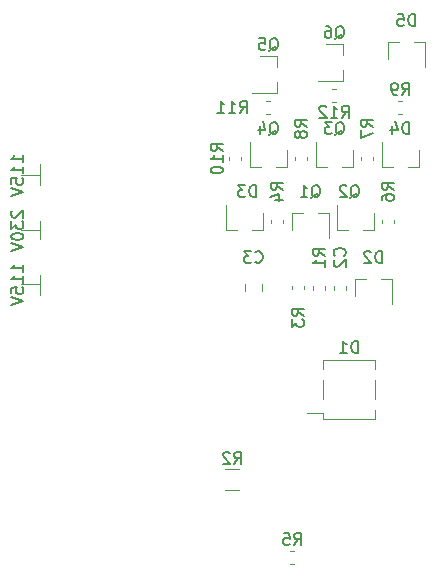
<source format=gbr>
G04 #@! TF.GenerationSoftware,KiCad,Pcbnew,5.1.9*
G04 #@! TF.CreationDate,2021-04-19T03:59:41-04:00*
G04 #@! TF.ProjectId,lm3886_soft_start_v2,6c6d3338-3836-45f7-936f-66745f737461,rev?*
G04 #@! TF.SameCoordinates,Original*
G04 #@! TF.FileFunction,Legend,Bot*
G04 #@! TF.FilePolarity,Positive*
%FSLAX46Y46*%
G04 Gerber Fmt 4.6, Leading zero omitted, Abs format (unit mm)*
G04 Created by KiCad (PCBNEW 5.1.9) date 2021-04-19 03:59:41*
%MOMM*%
%LPD*%
G01*
G04 APERTURE LIST*
%ADD10C,0.120000*%
%ADD11C,0.150000*%
G04 APERTURE END LIST*
D10*
X84328000Y-85852000D02*
X82677000Y-85852000D01*
X84328000Y-86741000D02*
X84328000Y-85852000D01*
X84328000Y-85090000D02*
X84328000Y-86741000D01*
X84328000Y-81280000D02*
X82677000Y-81280000D01*
X84328000Y-82042000D02*
X84328000Y-81280000D01*
X84328000Y-80518000D02*
X84328000Y-82042000D01*
X84328000Y-76581000D02*
X82677000Y-76581000D01*
X84328000Y-77470000D02*
X84328000Y-76581000D01*
X84328000Y-75692000D02*
X84328000Y-77470000D01*
D11*
X82875380Y-75485761D02*
X82875380Y-74914333D01*
X82875380Y-75200047D02*
X81875380Y-75200047D01*
X82018238Y-75104809D01*
X82113476Y-75009571D01*
X82161095Y-74914333D01*
X82875380Y-76438142D02*
X82875380Y-75866714D01*
X82875380Y-76152428D02*
X81875380Y-76152428D01*
X82018238Y-76057190D01*
X82113476Y-75961952D01*
X82161095Y-75866714D01*
X81875380Y-77342904D02*
X81875380Y-76866714D01*
X82351571Y-76819095D01*
X82303952Y-76866714D01*
X82256333Y-76961952D01*
X82256333Y-77200047D01*
X82303952Y-77295285D01*
X82351571Y-77342904D01*
X82446809Y-77390523D01*
X82684904Y-77390523D01*
X82780142Y-77342904D01*
X82827761Y-77295285D01*
X82875380Y-77200047D01*
X82875380Y-76961952D01*
X82827761Y-76866714D01*
X82780142Y-76819095D01*
X81875380Y-77676238D02*
X82875380Y-78009571D01*
X81875380Y-78342904D01*
X81970619Y-79613333D02*
X81923000Y-79660952D01*
X81875380Y-79756190D01*
X81875380Y-79994285D01*
X81923000Y-80089523D01*
X81970619Y-80137142D01*
X82065857Y-80184761D01*
X82161095Y-80184761D01*
X82303952Y-80137142D01*
X82875380Y-79565714D01*
X82875380Y-80184761D01*
X81875380Y-80518095D02*
X81875380Y-81137142D01*
X82256333Y-80803809D01*
X82256333Y-80946666D01*
X82303952Y-81041904D01*
X82351571Y-81089523D01*
X82446809Y-81137142D01*
X82684904Y-81137142D01*
X82780142Y-81089523D01*
X82827761Y-81041904D01*
X82875380Y-80946666D01*
X82875380Y-80660952D01*
X82827761Y-80565714D01*
X82780142Y-80518095D01*
X81875380Y-81756190D02*
X81875380Y-81851428D01*
X81923000Y-81946666D01*
X81970619Y-81994285D01*
X82065857Y-82041904D01*
X82256333Y-82089523D01*
X82494428Y-82089523D01*
X82684904Y-82041904D01*
X82780142Y-81994285D01*
X82827761Y-81946666D01*
X82875380Y-81851428D01*
X82875380Y-81756190D01*
X82827761Y-81660952D01*
X82780142Y-81613333D01*
X82684904Y-81565714D01*
X82494428Y-81518095D01*
X82256333Y-81518095D01*
X82065857Y-81565714D01*
X81970619Y-81613333D01*
X81923000Y-81660952D01*
X81875380Y-81756190D01*
X81875380Y-82375238D02*
X82875380Y-82708571D01*
X81875380Y-83041904D01*
X82875380Y-84756761D02*
X82875380Y-84185333D01*
X82875380Y-84471047D02*
X81875380Y-84471047D01*
X82018238Y-84375809D01*
X82113476Y-84280571D01*
X82161095Y-84185333D01*
X82875380Y-85709142D02*
X82875380Y-85137714D01*
X82875380Y-85423428D02*
X81875380Y-85423428D01*
X82018238Y-85328190D01*
X82113476Y-85232952D01*
X82161095Y-85137714D01*
X81875380Y-86613904D02*
X81875380Y-86137714D01*
X82351571Y-86090095D01*
X82303952Y-86137714D01*
X82256333Y-86232952D01*
X82256333Y-86471047D01*
X82303952Y-86566285D01*
X82351571Y-86613904D01*
X82446809Y-86661523D01*
X82684904Y-86661523D01*
X82780142Y-86613904D01*
X82827761Y-86566285D01*
X82875380Y-86471047D01*
X82875380Y-86232952D01*
X82827761Y-86137714D01*
X82780142Y-86090095D01*
X81875380Y-86947238D02*
X82875380Y-87280571D01*
X81875380Y-87613904D01*
D10*
X110238000Y-85968721D02*
X110238000Y-86294279D01*
X109218000Y-85968721D02*
X109218000Y-86294279D01*
X109057221Y-70360000D02*
X109382779Y-70360000D01*
X109057221Y-69340000D02*
X109382779Y-69340000D01*
X103469221Y-71376000D02*
X103794779Y-71376000D01*
X103469221Y-70356000D02*
X103794779Y-70356000D01*
X101348000Y-75346779D02*
X101348000Y-75021221D01*
X100328000Y-75346779D02*
X100328000Y-75021221D01*
X114645221Y-70356000D02*
X114970779Y-70356000D01*
X114645221Y-71376000D02*
X114970779Y-71376000D01*
X106936000Y-75346779D02*
X106936000Y-75021221D01*
X105916000Y-75346779D02*
X105916000Y-75021221D01*
X112524000Y-75021221D02*
X112524000Y-75346779D01*
X111504000Y-75021221D02*
X111504000Y-75346779D01*
X114302000Y-80355221D02*
X114302000Y-80680779D01*
X113282000Y-80355221D02*
X113282000Y-80680779D01*
X103884000Y-80680779D02*
X103884000Y-80355221D01*
X104904000Y-80680779D02*
X104904000Y-80355221D01*
X105662000Y-85943221D02*
X105662000Y-86268779D01*
X106682000Y-85943221D02*
X106682000Y-86268779D01*
X108460000Y-85968721D02*
X108460000Y-86294279D01*
X107440000Y-85968721D02*
X107440000Y-86294279D01*
X109980000Y-65476000D02*
X109980000Y-66406000D01*
X109980000Y-68636000D02*
X109980000Y-67706000D01*
X109980000Y-68636000D02*
X107820000Y-68636000D01*
X109980000Y-65476000D02*
X108520000Y-65476000D01*
X104392000Y-66492000D02*
X104392000Y-67422000D01*
X104392000Y-69652000D02*
X104392000Y-68722000D01*
X104392000Y-69652000D02*
X102232000Y-69652000D01*
X104392000Y-66492000D02*
X102932000Y-66492000D01*
X105212000Y-75944000D02*
X104282000Y-75944000D01*
X102052000Y-75944000D02*
X102982000Y-75944000D01*
X102052000Y-75944000D02*
X102052000Y-73784000D01*
X105212000Y-75944000D02*
X105212000Y-74484000D01*
X110800000Y-75944000D02*
X110800000Y-74484000D01*
X107640000Y-75944000D02*
X107640000Y-73784000D01*
X107640000Y-75944000D02*
X108570000Y-75944000D01*
X110800000Y-75944000D02*
X109870000Y-75944000D01*
X112578000Y-81278000D02*
X112578000Y-79818000D01*
X109418000Y-81278000D02*
X109418000Y-79118000D01*
X109418000Y-81278000D02*
X110348000Y-81278000D01*
X112578000Y-81278000D02*
X111648000Y-81278000D01*
X105608000Y-79758000D02*
X105608000Y-81218000D01*
X108768000Y-79758000D02*
X108768000Y-81918000D01*
X108768000Y-79758000D02*
X107838000Y-79758000D01*
X105608000Y-79758000D02*
X106538000Y-79758000D01*
X113736000Y-65280000D02*
X114666000Y-65280000D01*
X116896000Y-65280000D02*
X115966000Y-65280000D01*
X116896000Y-65280000D02*
X116896000Y-67440000D01*
X113736000Y-65280000D02*
X113736000Y-66740000D01*
X116388000Y-75944000D02*
X115458000Y-75944000D01*
X113228000Y-75944000D02*
X114158000Y-75944000D01*
X113228000Y-75944000D02*
X113228000Y-73784000D01*
X116388000Y-75944000D02*
X116388000Y-74484000D01*
X103180000Y-81278000D02*
X102250000Y-81278000D01*
X100020000Y-81278000D02*
X100950000Y-81278000D01*
X100020000Y-81278000D02*
X100020000Y-79118000D01*
X103180000Y-81278000D02*
X103180000Y-79818000D01*
X110942000Y-85346000D02*
X110942000Y-86806000D01*
X114102000Y-85346000D02*
X114102000Y-87506000D01*
X114102000Y-85346000D02*
X113172000Y-85346000D01*
X110942000Y-85346000D02*
X111872000Y-85346000D01*
X101652000Y-85847422D02*
X101652000Y-86364578D01*
X103072000Y-85847422D02*
X103072000Y-86364578D01*
X105501221Y-108456000D02*
X105826779Y-108456000D01*
X105501221Y-109476000D02*
X105826779Y-109476000D01*
X108290000Y-97242000D02*
X108290000Y-96742000D01*
X108290000Y-96742000D02*
X106890000Y-96742000D01*
X112690000Y-95542000D02*
X112690000Y-93942000D01*
X108290000Y-95542000D02*
X108290000Y-93942000D01*
X112690000Y-96442000D02*
X112690000Y-97242000D01*
X112690000Y-97242000D02*
X108290000Y-97242000D01*
X112690000Y-93042000D02*
X112690000Y-92242000D01*
X112690000Y-92242000D02*
X108290000Y-92242000D01*
X108290000Y-92242000D02*
X108290000Y-93042000D01*
X99981936Y-101452000D02*
X101186064Y-101452000D01*
X99981936Y-103272000D02*
X101186064Y-103272000D01*
D11*
X110085142Y-83399333D02*
X110132761Y-83351714D01*
X110180380Y-83208857D01*
X110180380Y-83113619D01*
X110132761Y-82970761D01*
X110037523Y-82875523D01*
X109942285Y-82827904D01*
X109751809Y-82780285D01*
X109608952Y-82780285D01*
X109418476Y-82827904D01*
X109323238Y-82875523D01*
X109228000Y-82970761D01*
X109180380Y-83113619D01*
X109180380Y-83208857D01*
X109228000Y-83351714D01*
X109275619Y-83399333D01*
X109275619Y-83780285D02*
X109228000Y-83827904D01*
X109180380Y-83923142D01*
X109180380Y-84161238D01*
X109228000Y-84256476D01*
X109275619Y-84304095D01*
X109370857Y-84351714D01*
X109466095Y-84351714D01*
X109608952Y-84304095D01*
X110180380Y-83732666D01*
X110180380Y-84351714D01*
X109862857Y-71732380D02*
X110196190Y-71256190D01*
X110434285Y-71732380D02*
X110434285Y-70732380D01*
X110053333Y-70732380D01*
X109958095Y-70780000D01*
X109910476Y-70827619D01*
X109862857Y-70922857D01*
X109862857Y-71065714D01*
X109910476Y-71160952D01*
X109958095Y-71208571D01*
X110053333Y-71256190D01*
X110434285Y-71256190D01*
X108910476Y-71732380D02*
X109481904Y-71732380D01*
X109196190Y-71732380D02*
X109196190Y-70732380D01*
X109291428Y-70875238D01*
X109386666Y-70970476D01*
X109481904Y-71018095D01*
X108529523Y-70827619D02*
X108481904Y-70780000D01*
X108386666Y-70732380D01*
X108148571Y-70732380D01*
X108053333Y-70780000D01*
X108005714Y-70827619D01*
X107958095Y-70922857D01*
X107958095Y-71018095D01*
X108005714Y-71160952D01*
X108577142Y-71732380D01*
X107958095Y-71732380D01*
X101226857Y-71318380D02*
X101560190Y-70842190D01*
X101798285Y-71318380D02*
X101798285Y-70318380D01*
X101417333Y-70318380D01*
X101322095Y-70366000D01*
X101274476Y-70413619D01*
X101226857Y-70508857D01*
X101226857Y-70651714D01*
X101274476Y-70746952D01*
X101322095Y-70794571D01*
X101417333Y-70842190D01*
X101798285Y-70842190D01*
X100274476Y-71318380D02*
X100845904Y-71318380D01*
X100560190Y-71318380D02*
X100560190Y-70318380D01*
X100655428Y-70461238D01*
X100750666Y-70556476D01*
X100845904Y-70604095D01*
X99322095Y-71318380D02*
X99893523Y-71318380D01*
X99607809Y-71318380D02*
X99607809Y-70318380D01*
X99703047Y-70461238D01*
X99798285Y-70556476D01*
X99893523Y-70604095D01*
X99766380Y-74541142D02*
X99290190Y-74207809D01*
X99766380Y-73969714D02*
X98766380Y-73969714D01*
X98766380Y-74350666D01*
X98814000Y-74445904D01*
X98861619Y-74493523D01*
X98956857Y-74541142D01*
X99099714Y-74541142D01*
X99194952Y-74493523D01*
X99242571Y-74445904D01*
X99290190Y-74350666D01*
X99290190Y-73969714D01*
X99766380Y-75493523D02*
X99766380Y-74922095D01*
X99766380Y-75207809D02*
X98766380Y-75207809D01*
X98909238Y-75112571D01*
X99004476Y-75017333D01*
X99052095Y-74922095D01*
X98766380Y-76112571D02*
X98766380Y-76207809D01*
X98814000Y-76303047D01*
X98861619Y-76350666D01*
X98956857Y-76398285D01*
X99147333Y-76445904D01*
X99385428Y-76445904D01*
X99575904Y-76398285D01*
X99671142Y-76350666D01*
X99718761Y-76303047D01*
X99766380Y-76207809D01*
X99766380Y-76112571D01*
X99718761Y-76017333D01*
X99671142Y-75969714D01*
X99575904Y-75922095D01*
X99385428Y-75874476D01*
X99147333Y-75874476D01*
X98956857Y-75922095D01*
X98861619Y-75969714D01*
X98814000Y-76017333D01*
X98766380Y-76112571D01*
X114974666Y-69794380D02*
X115308000Y-69318190D01*
X115546095Y-69794380D02*
X115546095Y-68794380D01*
X115165142Y-68794380D01*
X115069904Y-68842000D01*
X115022285Y-68889619D01*
X114974666Y-68984857D01*
X114974666Y-69127714D01*
X115022285Y-69222952D01*
X115069904Y-69270571D01*
X115165142Y-69318190D01*
X115546095Y-69318190D01*
X114498476Y-69794380D02*
X114308000Y-69794380D01*
X114212761Y-69746761D01*
X114165142Y-69699142D01*
X114069904Y-69556285D01*
X114022285Y-69365809D01*
X114022285Y-68984857D01*
X114069904Y-68889619D01*
X114117523Y-68842000D01*
X114212761Y-68794380D01*
X114403238Y-68794380D01*
X114498476Y-68842000D01*
X114546095Y-68889619D01*
X114593714Y-68984857D01*
X114593714Y-69222952D01*
X114546095Y-69318190D01*
X114498476Y-69365809D01*
X114403238Y-69413428D01*
X114212761Y-69413428D01*
X114117523Y-69365809D01*
X114069904Y-69318190D01*
X114022285Y-69222952D01*
X106878380Y-72477333D02*
X106402190Y-72144000D01*
X106878380Y-71905904D02*
X105878380Y-71905904D01*
X105878380Y-72286857D01*
X105926000Y-72382095D01*
X105973619Y-72429714D01*
X106068857Y-72477333D01*
X106211714Y-72477333D01*
X106306952Y-72429714D01*
X106354571Y-72382095D01*
X106402190Y-72286857D01*
X106402190Y-71905904D01*
X106306952Y-73048761D02*
X106259333Y-72953523D01*
X106211714Y-72905904D01*
X106116476Y-72858285D01*
X106068857Y-72858285D01*
X105973619Y-72905904D01*
X105926000Y-72953523D01*
X105878380Y-73048761D01*
X105878380Y-73239238D01*
X105926000Y-73334476D01*
X105973619Y-73382095D01*
X106068857Y-73429714D01*
X106116476Y-73429714D01*
X106211714Y-73382095D01*
X106259333Y-73334476D01*
X106306952Y-73239238D01*
X106306952Y-73048761D01*
X106354571Y-72953523D01*
X106402190Y-72905904D01*
X106497428Y-72858285D01*
X106687904Y-72858285D01*
X106783142Y-72905904D01*
X106830761Y-72953523D01*
X106878380Y-73048761D01*
X106878380Y-73239238D01*
X106830761Y-73334476D01*
X106783142Y-73382095D01*
X106687904Y-73429714D01*
X106497428Y-73429714D01*
X106402190Y-73382095D01*
X106354571Y-73334476D01*
X106306952Y-73239238D01*
X112466380Y-72477333D02*
X111990190Y-72144000D01*
X112466380Y-71905904D02*
X111466380Y-71905904D01*
X111466380Y-72286857D01*
X111514000Y-72382095D01*
X111561619Y-72429714D01*
X111656857Y-72477333D01*
X111799714Y-72477333D01*
X111894952Y-72429714D01*
X111942571Y-72382095D01*
X111990190Y-72286857D01*
X111990190Y-71905904D01*
X111466380Y-72810666D02*
X111466380Y-73477333D01*
X112466380Y-73048761D01*
X114244380Y-77811333D02*
X113768190Y-77478000D01*
X114244380Y-77239904D02*
X113244380Y-77239904D01*
X113244380Y-77620857D01*
X113292000Y-77716095D01*
X113339619Y-77763714D01*
X113434857Y-77811333D01*
X113577714Y-77811333D01*
X113672952Y-77763714D01*
X113720571Y-77716095D01*
X113768190Y-77620857D01*
X113768190Y-77239904D01*
X113244380Y-78668476D02*
X113244380Y-78478000D01*
X113292000Y-78382761D01*
X113339619Y-78335142D01*
X113482476Y-78239904D01*
X113672952Y-78192285D01*
X114053904Y-78192285D01*
X114149142Y-78239904D01*
X114196761Y-78287523D01*
X114244380Y-78382761D01*
X114244380Y-78573238D01*
X114196761Y-78668476D01*
X114149142Y-78716095D01*
X114053904Y-78763714D01*
X113815809Y-78763714D01*
X113720571Y-78716095D01*
X113672952Y-78668476D01*
X113625333Y-78573238D01*
X113625333Y-78382761D01*
X113672952Y-78287523D01*
X113720571Y-78239904D01*
X113815809Y-78192285D01*
X104846380Y-77811333D02*
X104370190Y-77478000D01*
X104846380Y-77239904D02*
X103846380Y-77239904D01*
X103846380Y-77620857D01*
X103894000Y-77716095D01*
X103941619Y-77763714D01*
X104036857Y-77811333D01*
X104179714Y-77811333D01*
X104274952Y-77763714D01*
X104322571Y-77716095D01*
X104370190Y-77620857D01*
X104370190Y-77239904D01*
X104179714Y-78668476D02*
X104846380Y-78668476D01*
X103798761Y-78430380D02*
X104513047Y-78192285D01*
X104513047Y-78811333D01*
X106624380Y-88479333D02*
X106148190Y-88146000D01*
X106624380Y-87907904D02*
X105624380Y-87907904D01*
X105624380Y-88288857D01*
X105672000Y-88384095D01*
X105719619Y-88431714D01*
X105814857Y-88479333D01*
X105957714Y-88479333D01*
X106052952Y-88431714D01*
X106100571Y-88384095D01*
X106148190Y-88288857D01*
X106148190Y-87907904D01*
X105624380Y-88812666D02*
X105624380Y-89431714D01*
X106005333Y-89098380D01*
X106005333Y-89241238D01*
X106052952Y-89336476D01*
X106100571Y-89384095D01*
X106195809Y-89431714D01*
X106433904Y-89431714D01*
X106529142Y-89384095D01*
X106576761Y-89336476D01*
X106624380Y-89241238D01*
X106624380Y-88955523D01*
X106576761Y-88860285D01*
X106529142Y-88812666D01*
X108402380Y-83399333D02*
X107926190Y-83066000D01*
X108402380Y-82827904D02*
X107402380Y-82827904D01*
X107402380Y-83208857D01*
X107450000Y-83304095D01*
X107497619Y-83351714D01*
X107592857Y-83399333D01*
X107735714Y-83399333D01*
X107830952Y-83351714D01*
X107878571Y-83304095D01*
X107926190Y-83208857D01*
X107926190Y-82827904D01*
X108402380Y-84351714D02*
X108402380Y-83780285D01*
X108402380Y-84066000D02*
X107402380Y-84066000D01*
X107545238Y-83970761D01*
X107640476Y-83875523D01*
X107688095Y-83780285D01*
X109315238Y-65063619D02*
X109410476Y-65016000D01*
X109505714Y-64920761D01*
X109648571Y-64777904D01*
X109743809Y-64730285D01*
X109839047Y-64730285D01*
X109791428Y-64968380D02*
X109886666Y-64920761D01*
X109981904Y-64825523D01*
X110029523Y-64635047D01*
X110029523Y-64301714D01*
X109981904Y-64111238D01*
X109886666Y-64016000D01*
X109791428Y-63968380D01*
X109600952Y-63968380D01*
X109505714Y-64016000D01*
X109410476Y-64111238D01*
X109362857Y-64301714D01*
X109362857Y-64635047D01*
X109410476Y-64825523D01*
X109505714Y-64920761D01*
X109600952Y-64968380D01*
X109791428Y-64968380D01*
X108505714Y-63968380D02*
X108696190Y-63968380D01*
X108791428Y-64016000D01*
X108839047Y-64063619D01*
X108934285Y-64206476D01*
X108981904Y-64396952D01*
X108981904Y-64777904D01*
X108934285Y-64873142D01*
X108886666Y-64920761D01*
X108791428Y-64968380D01*
X108600952Y-64968380D01*
X108505714Y-64920761D01*
X108458095Y-64873142D01*
X108410476Y-64777904D01*
X108410476Y-64539809D01*
X108458095Y-64444571D01*
X108505714Y-64396952D01*
X108600952Y-64349333D01*
X108791428Y-64349333D01*
X108886666Y-64396952D01*
X108934285Y-64444571D01*
X108981904Y-64539809D01*
X103727238Y-66079619D02*
X103822476Y-66032000D01*
X103917714Y-65936761D01*
X104060571Y-65793904D01*
X104155809Y-65746285D01*
X104251047Y-65746285D01*
X104203428Y-65984380D02*
X104298666Y-65936761D01*
X104393904Y-65841523D01*
X104441523Y-65651047D01*
X104441523Y-65317714D01*
X104393904Y-65127238D01*
X104298666Y-65032000D01*
X104203428Y-64984380D01*
X104012952Y-64984380D01*
X103917714Y-65032000D01*
X103822476Y-65127238D01*
X103774857Y-65317714D01*
X103774857Y-65651047D01*
X103822476Y-65841523D01*
X103917714Y-65936761D01*
X104012952Y-65984380D01*
X104203428Y-65984380D01*
X102870095Y-64984380D02*
X103346285Y-64984380D01*
X103393904Y-65460571D01*
X103346285Y-65412952D01*
X103251047Y-65365333D01*
X103012952Y-65365333D01*
X102917714Y-65412952D01*
X102870095Y-65460571D01*
X102822476Y-65555809D01*
X102822476Y-65793904D01*
X102870095Y-65889142D01*
X102917714Y-65936761D01*
X103012952Y-65984380D01*
X103251047Y-65984380D01*
X103346285Y-65936761D01*
X103393904Y-65889142D01*
X103727238Y-73191619D02*
X103822476Y-73144000D01*
X103917714Y-73048761D01*
X104060571Y-72905904D01*
X104155809Y-72858285D01*
X104251047Y-72858285D01*
X104203428Y-73096380D02*
X104298666Y-73048761D01*
X104393904Y-72953523D01*
X104441523Y-72763047D01*
X104441523Y-72429714D01*
X104393904Y-72239238D01*
X104298666Y-72144000D01*
X104203428Y-72096380D01*
X104012952Y-72096380D01*
X103917714Y-72144000D01*
X103822476Y-72239238D01*
X103774857Y-72429714D01*
X103774857Y-72763047D01*
X103822476Y-72953523D01*
X103917714Y-73048761D01*
X104012952Y-73096380D01*
X104203428Y-73096380D01*
X102917714Y-72429714D02*
X102917714Y-73096380D01*
X103155809Y-72048761D02*
X103393904Y-72763047D01*
X102774857Y-72763047D01*
X109315238Y-73191619D02*
X109410476Y-73144000D01*
X109505714Y-73048761D01*
X109648571Y-72905904D01*
X109743809Y-72858285D01*
X109839047Y-72858285D01*
X109791428Y-73096380D02*
X109886666Y-73048761D01*
X109981904Y-72953523D01*
X110029523Y-72763047D01*
X110029523Y-72429714D01*
X109981904Y-72239238D01*
X109886666Y-72144000D01*
X109791428Y-72096380D01*
X109600952Y-72096380D01*
X109505714Y-72144000D01*
X109410476Y-72239238D01*
X109362857Y-72429714D01*
X109362857Y-72763047D01*
X109410476Y-72953523D01*
X109505714Y-73048761D01*
X109600952Y-73096380D01*
X109791428Y-73096380D01*
X109029523Y-72096380D02*
X108410476Y-72096380D01*
X108743809Y-72477333D01*
X108600952Y-72477333D01*
X108505714Y-72524952D01*
X108458095Y-72572571D01*
X108410476Y-72667809D01*
X108410476Y-72905904D01*
X108458095Y-73001142D01*
X108505714Y-73048761D01*
X108600952Y-73096380D01*
X108886666Y-73096380D01*
X108981904Y-73048761D01*
X109029523Y-73001142D01*
X110585238Y-78525619D02*
X110680476Y-78478000D01*
X110775714Y-78382761D01*
X110918571Y-78239904D01*
X111013809Y-78192285D01*
X111109047Y-78192285D01*
X111061428Y-78430380D02*
X111156666Y-78382761D01*
X111251904Y-78287523D01*
X111299523Y-78097047D01*
X111299523Y-77763714D01*
X111251904Y-77573238D01*
X111156666Y-77478000D01*
X111061428Y-77430380D01*
X110870952Y-77430380D01*
X110775714Y-77478000D01*
X110680476Y-77573238D01*
X110632857Y-77763714D01*
X110632857Y-78097047D01*
X110680476Y-78287523D01*
X110775714Y-78382761D01*
X110870952Y-78430380D01*
X111061428Y-78430380D01*
X110251904Y-77525619D02*
X110204285Y-77478000D01*
X110109047Y-77430380D01*
X109870952Y-77430380D01*
X109775714Y-77478000D01*
X109728095Y-77525619D01*
X109680476Y-77620857D01*
X109680476Y-77716095D01*
X109728095Y-77858952D01*
X110299523Y-78430380D01*
X109680476Y-78430380D01*
X107283238Y-78525619D02*
X107378476Y-78478000D01*
X107473714Y-78382761D01*
X107616571Y-78239904D01*
X107711809Y-78192285D01*
X107807047Y-78192285D01*
X107759428Y-78430380D02*
X107854666Y-78382761D01*
X107949904Y-78287523D01*
X107997523Y-78097047D01*
X107997523Y-77763714D01*
X107949904Y-77573238D01*
X107854666Y-77478000D01*
X107759428Y-77430380D01*
X107568952Y-77430380D01*
X107473714Y-77478000D01*
X107378476Y-77573238D01*
X107330857Y-77763714D01*
X107330857Y-78097047D01*
X107378476Y-78287523D01*
X107473714Y-78382761D01*
X107568952Y-78430380D01*
X107759428Y-78430380D01*
X106378476Y-78430380D02*
X106949904Y-78430380D01*
X106664190Y-78430380D02*
X106664190Y-77430380D01*
X106759428Y-77573238D01*
X106854666Y-77668476D01*
X106949904Y-77716095D01*
X116054095Y-63952380D02*
X116054095Y-62952380D01*
X115816000Y-62952380D01*
X115673142Y-63000000D01*
X115577904Y-63095238D01*
X115530285Y-63190476D01*
X115482666Y-63380952D01*
X115482666Y-63523809D01*
X115530285Y-63714285D01*
X115577904Y-63809523D01*
X115673142Y-63904761D01*
X115816000Y-63952380D01*
X116054095Y-63952380D01*
X114577904Y-62952380D02*
X115054095Y-62952380D01*
X115101714Y-63428571D01*
X115054095Y-63380952D01*
X114958857Y-63333333D01*
X114720761Y-63333333D01*
X114625523Y-63380952D01*
X114577904Y-63428571D01*
X114530285Y-63523809D01*
X114530285Y-63761904D01*
X114577904Y-63857142D01*
X114625523Y-63904761D01*
X114720761Y-63952380D01*
X114958857Y-63952380D01*
X115054095Y-63904761D01*
X115101714Y-63857142D01*
X115546095Y-73096380D02*
X115546095Y-72096380D01*
X115308000Y-72096380D01*
X115165142Y-72144000D01*
X115069904Y-72239238D01*
X115022285Y-72334476D01*
X114974666Y-72524952D01*
X114974666Y-72667809D01*
X115022285Y-72858285D01*
X115069904Y-72953523D01*
X115165142Y-73048761D01*
X115308000Y-73096380D01*
X115546095Y-73096380D01*
X114117523Y-72429714D02*
X114117523Y-73096380D01*
X114355619Y-72048761D02*
X114593714Y-72763047D01*
X113974666Y-72763047D01*
X102592095Y-78430380D02*
X102592095Y-77430380D01*
X102354000Y-77430380D01*
X102211142Y-77478000D01*
X102115904Y-77573238D01*
X102068285Y-77668476D01*
X102020666Y-77858952D01*
X102020666Y-78001809D01*
X102068285Y-78192285D01*
X102115904Y-78287523D01*
X102211142Y-78382761D01*
X102354000Y-78430380D01*
X102592095Y-78430380D01*
X101687333Y-77430380D02*
X101068285Y-77430380D01*
X101401619Y-77811333D01*
X101258761Y-77811333D01*
X101163523Y-77858952D01*
X101115904Y-77906571D01*
X101068285Y-78001809D01*
X101068285Y-78239904D01*
X101115904Y-78335142D01*
X101163523Y-78382761D01*
X101258761Y-78430380D01*
X101544476Y-78430380D01*
X101639714Y-78382761D01*
X101687333Y-78335142D01*
X113260095Y-84018380D02*
X113260095Y-83018380D01*
X113022000Y-83018380D01*
X112879142Y-83066000D01*
X112783904Y-83161238D01*
X112736285Y-83256476D01*
X112688666Y-83446952D01*
X112688666Y-83589809D01*
X112736285Y-83780285D01*
X112783904Y-83875523D01*
X112879142Y-83970761D01*
X113022000Y-84018380D01*
X113260095Y-84018380D01*
X112307714Y-83113619D02*
X112260095Y-83066000D01*
X112164857Y-83018380D01*
X111926761Y-83018380D01*
X111831523Y-83066000D01*
X111783904Y-83113619D01*
X111736285Y-83208857D01*
X111736285Y-83304095D01*
X111783904Y-83446952D01*
X112355333Y-84018380D01*
X111736285Y-84018380D01*
X102528666Y-83923142D02*
X102576285Y-83970761D01*
X102719142Y-84018380D01*
X102814380Y-84018380D01*
X102957238Y-83970761D01*
X103052476Y-83875523D01*
X103100095Y-83780285D01*
X103147714Y-83589809D01*
X103147714Y-83446952D01*
X103100095Y-83256476D01*
X103052476Y-83161238D01*
X102957238Y-83066000D01*
X102814380Y-83018380D01*
X102719142Y-83018380D01*
X102576285Y-83066000D01*
X102528666Y-83113619D01*
X102195333Y-83018380D02*
X101576285Y-83018380D01*
X101909619Y-83399333D01*
X101766761Y-83399333D01*
X101671523Y-83446952D01*
X101623904Y-83494571D01*
X101576285Y-83589809D01*
X101576285Y-83827904D01*
X101623904Y-83923142D01*
X101671523Y-83970761D01*
X101766761Y-84018380D01*
X102052476Y-84018380D01*
X102147714Y-83970761D01*
X102195333Y-83923142D01*
X105830666Y-107894380D02*
X106164000Y-107418190D01*
X106402095Y-107894380D02*
X106402095Y-106894380D01*
X106021142Y-106894380D01*
X105925904Y-106942000D01*
X105878285Y-106989619D01*
X105830666Y-107084857D01*
X105830666Y-107227714D01*
X105878285Y-107322952D01*
X105925904Y-107370571D01*
X106021142Y-107418190D01*
X106402095Y-107418190D01*
X104925904Y-106894380D02*
X105402095Y-106894380D01*
X105449714Y-107370571D01*
X105402095Y-107322952D01*
X105306857Y-107275333D01*
X105068761Y-107275333D01*
X104973523Y-107322952D01*
X104925904Y-107370571D01*
X104878285Y-107465809D01*
X104878285Y-107703904D01*
X104925904Y-107799142D01*
X104973523Y-107846761D01*
X105068761Y-107894380D01*
X105306857Y-107894380D01*
X105402095Y-107846761D01*
X105449714Y-107799142D01*
X111228095Y-91638380D02*
X111228095Y-90638380D01*
X110990000Y-90638380D01*
X110847142Y-90686000D01*
X110751904Y-90781238D01*
X110704285Y-90876476D01*
X110656666Y-91066952D01*
X110656666Y-91209809D01*
X110704285Y-91400285D01*
X110751904Y-91495523D01*
X110847142Y-91590761D01*
X110990000Y-91638380D01*
X111228095Y-91638380D01*
X109704285Y-91638380D02*
X110275714Y-91638380D01*
X109990000Y-91638380D02*
X109990000Y-90638380D01*
X110085238Y-90781238D01*
X110180476Y-90876476D01*
X110275714Y-90924095D01*
X100750666Y-101036380D02*
X101084000Y-100560190D01*
X101322095Y-101036380D02*
X101322095Y-100036380D01*
X100941142Y-100036380D01*
X100845904Y-100084000D01*
X100798285Y-100131619D01*
X100750666Y-100226857D01*
X100750666Y-100369714D01*
X100798285Y-100464952D01*
X100845904Y-100512571D01*
X100941142Y-100560190D01*
X101322095Y-100560190D01*
X100369714Y-100131619D02*
X100322095Y-100084000D01*
X100226857Y-100036380D01*
X99988761Y-100036380D01*
X99893523Y-100084000D01*
X99845904Y-100131619D01*
X99798285Y-100226857D01*
X99798285Y-100322095D01*
X99845904Y-100464952D01*
X100417333Y-101036380D01*
X99798285Y-101036380D01*
M02*

</source>
